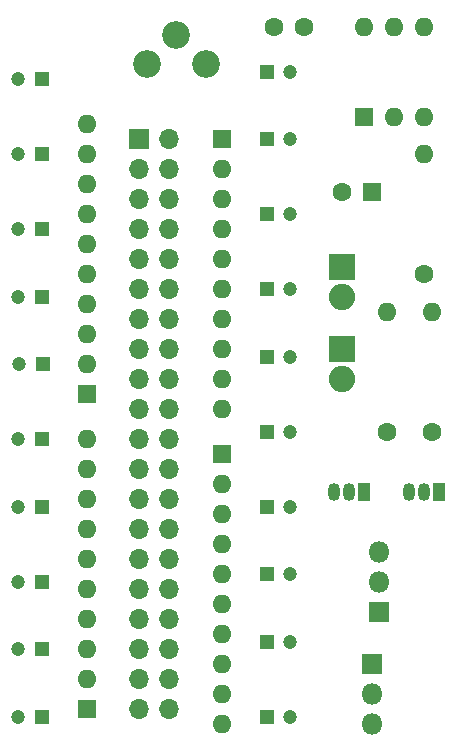
<source format=gbr>
%TF.GenerationSoftware,KiCad,Pcbnew,(5.1.10)-1*%
%TF.CreationDate,2022-02-19T10:08:03+01:00*%
%TF.ProjectId,Busterm,42757374-6572-46d2-9e6b-696361645f70,rev?*%
%TF.SameCoordinates,Original*%
%TF.FileFunction,Soldermask,Top*%
%TF.FilePolarity,Negative*%
%FSLAX46Y46*%
G04 Gerber Fmt 4.6, Leading zero omitted, Abs format (unit mm)*
G04 Created by KiCad (PCBNEW (5.1.10)-1) date 2022-02-19 10:08:03*
%MOMM*%
%LPD*%
G01*
G04 APERTURE LIST*
%ADD10O,1.700000X1.700000*%
%ADD11R,1.700000X1.700000*%
%ADD12C,1.600000*%
%ADD13C,1.200000*%
%ADD14R,1.200000X1.200000*%
%ADD15R,1.600000X1.600000*%
%ADD16O,2.240000X2.240000*%
%ADD17R,2.240000X2.240000*%
%ADD18R,1.050000X1.500000*%
%ADD19O,1.050000X1.500000*%
%ADD20O,1.800000X1.800000*%
%ADD21R,1.800000X1.800000*%
%ADD22O,1.600000X1.600000*%
%ADD23C,2.340000*%
G04 APERTURE END LIST*
D10*
%TO.C,J1001*%
X88265000Y-180975000D03*
X85725000Y-180975000D03*
X88265000Y-178435000D03*
X85725000Y-178435000D03*
X88265000Y-175895000D03*
X85725000Y-175895000D03*
X88265000Y-173355000D03*
X85725000Y-173355000D03*
X88265000Y-170815000D03*
X85725000Y-170815000D03*
X88265000Y-168275000D03*
X85725000Y-168275000D03*
X88265000Y-165735000D03*
X85725000Y-165735000D03*
X88265000Y-163195000D03*
X85725000Y-163195000D03*
X88265000Y-160655000D03*
X85725000Y-160655000D03*
X88265000Y-158115000D03*
X85725000Y-158115000D03*
X88265000Y-155575000D03*
X85725000Y-155575000D03*
X88265000Y-153035000D03*
X85725000Y-153035000D03*
X88265000Y-150495000D03*
X85725000Y-150495000D03*
X88265000Y-147955000D03*
X85725000Y-147955000D03*
X88265000Y-145415000D03*
X85725000Y-145415000D03*
X88265000Y-142875000D03*
X85725000Y-142875000D03*
X88265000Y-140335000D03*
X85725000Y-140335000D03*
X88265000Y-137795000D03*
X85725000Y-137795000D03*
X88265000Y-135255000D03*
X85725000Y-135255000D03*
X88265000Y-132715000D03*
D11*
X85725000Y-132715000D03*
%TD*%
D12*
%TO.C,C1001*%
X97155000Y-123190000D03*
X99655000Y-123190000D03*
%TD*%
D13*
%TO.C,C1002*%
X98520000Y-157480000D03*
D14*
X96520000Y-157480000D03*
%TD*%
%TO.C,C1003*%
X96520000Y-132715000D03*
D13*
X98520000Y-132715000D03*
%TD*%
%TO.C,C1004*%
X98520000Y-181610000D03*
D14*
X96520000Y-181610000D03*
%TD*%
%TO.C,C1005*%
X96520000Y-151130000D03*
D13*
X98520000Y-151130000D03*
%TD*%
%TO.C,C1006*%
X75470000Y-163830000D03*
D14*
X77470000Y-163830000D03*
%TD*%
%TO.C,C1007*%
X77565000Y-151765000D03*
D13*
X75565000Y-151765000D03*
%TD*%
%TO.C,C1008*%
X98520000Y-139065000D03*
D14*
X96520000Y-139065000D03*
%TD*%
%TO.C,C1009*%
X77470000Y-133985000D03*
D13*
X75470000Y-133985000D03*
%TD*%
%TO.C,C1010*%
X98520000Y-169545000D03*
D14*
X96520000Y-169545000D03*
%TD*%
%TO.C,C1011*%
X77470000Y-181610000D03*
D13*
X75470000Y-181610000D03*
%TD*%
%TO.C,C1012*%
X75470000Y-140335000D03*
D14*
X77470000Y-140335000D03*
%TD*%
%TO.C,C1013*%
X77470000Y-127635000D03*
D13*
X75470000Y-127635000D03*
%TD*%
%TO.C,C1014*%
X75470000Y-158115000D03*
D14*
X77470000Y-158115000D03*
%TD*%
%TO.C,C1015*%
X96520000Y-127000000D03*
D13*
X98520000Y-127000000D03*
%TD*%
%TO.C,C1016*%
X75470000Y-175895000D03*
D14*
X77470000Y-175895000D03*
%TD*%
%TO.C,C1017*%
X77470000Y-170180000D03*
D13*
X75470000Y-170180000D03*
%TD*%
%TO.C,C1018*%
X75470000Y-146050000D03*
D14*
X77470000Y-146050000D03*
%TD*%
%TO.C,C1019*%
X96520000Y-145415000D03*
D13*
X98520000Y-145415000D03*
%TD*%
%TO.C,C1020*%
X98520000Y-163830000D03*
D14*
X96520000Y-163830000D03*
%TD*%
%TO.C,C1021*%
X96520000Y-175260000D03*
D13*
X98520000Y-175260000D03*
%TD*%
D15*
%TO.C,C1022*%
X105410000Y-137160000D03*
D12*
X102910000Y-137160000D03*
%TD*%
D16*
%TO.C,D1001*%
X102870000Y-153035000D03*
D17*
X102870000Y-150495000D03*
%TD*%
%TO.C,D1002*%
X102870000Y-143510000D03*
D16*
X102870000Y-146050000D03*
%TD*%
D18*
%TO.C,Q1001*%
X111125000Y-162560000D03*
D19*
X108585000Y-162560000D03*
X109855000Y-162560000D03*
%TD*%
%TO.C,Q1002*%
X103505000Y-162560000D03*
X102235000Y-162560000D03*
D18*
X104775000Y-162560000D03*
%TD*%
D20*
%TO.C,Q1003*%
X105410000Y-182245000D03*
X105410000Y-179705000D03*
D21*
X105410000Y-177165000D03*
%TD*%
%TO.C,Q1004*%
X106045000Y-172720000D03*
D20*
X106045000Y-170180000D03*
X106045000Y-167640000D03*
%TD*%
D12*
%TO.C,R1001*%
X106680000Y-157480000D03*
D22*
X106680000Y-147320000D03*
%TD*%
D12*
%TO.C,R1002*%
X110490000Y-157480000D03*
D22*
X110490000Y-147320000D03*
%TD*%
%TO.C,R1003*%
X109855000Y-133985000D03*
D12*
X109855000Y-144145000D03*
%TD*%
D22*
%TO.C,RN1001*%
X81280000Y-158115000D03*
X81280000Y-160655000D03*
X81280000Y-163195000D03*
X81280000Y-165735000D03*
X81280000Y-168275000D03*
X81280000Y-170815000D03*
X81280000Y-173355000D03*
X81280000Y-175895000D03*
X81280000Y-178435000D03*
D15*
X81280000Y-180975000D03*
%TD*%
%TO.C,RN1002*%
X81280000Y-154305000D03*
D22*
X81280000Y-151765000D03*
X81280000Y-149225000D03*
X81280000Y-146685000D03*
X81280000Y-144145000D03*
X81280000Y-141605000D03*
X81280000Y-139065000D03*
X81280000Y-136525000D03*
X81280000Y-133985000D03*
X81280000Y-131445000D03*
%TD*%
D15*
%TO.C,RN1003*%
X92710000Y-132715000D03*
D22*
X92710000Y-135255000D03*
X92710000Y-137795000D03*
X92710000Y-140335000D03*
X92710000Y-142875000D03*
X92710000Y-145415000D03*
X92710000Y-147955000D03*
X92710000Y-150495000D03*
X92710000Y-153035000D03*
X92710000Y-155575000D03*
%TD*%
%TO.C,RN1004*%
X92710000Y-182245000D03*
X92710000Y-179705000D03*
X92710000Y-177165000D03*
X92710000Y-174625000D03*
X92710000Y-172085000D03*
X92710000Y-169545000D03*
X92710000Y-167005000D03*
X92710000Y-164465000D03*
X92710000Y-161925000D03*
D15*
X92710000Y-159385000D03*
%TD*%
D23*
%TO.C,RV1001*%
X91360000Y-126365000D03*
X88860000Y-123865000D03*
X86360000Y-126365000D03*
%TD*%
D15*
%TO.C,U1001*%
X104775000Y-130810000D03*
D22*
X109855000Y-123190000D03*
X107315000Y-130810000D03*
X107315000Y-123190000D03*
X109855000Y-130810000D03*
X104775000Y-123190000D03*
%TD*%
M02*

</source>
